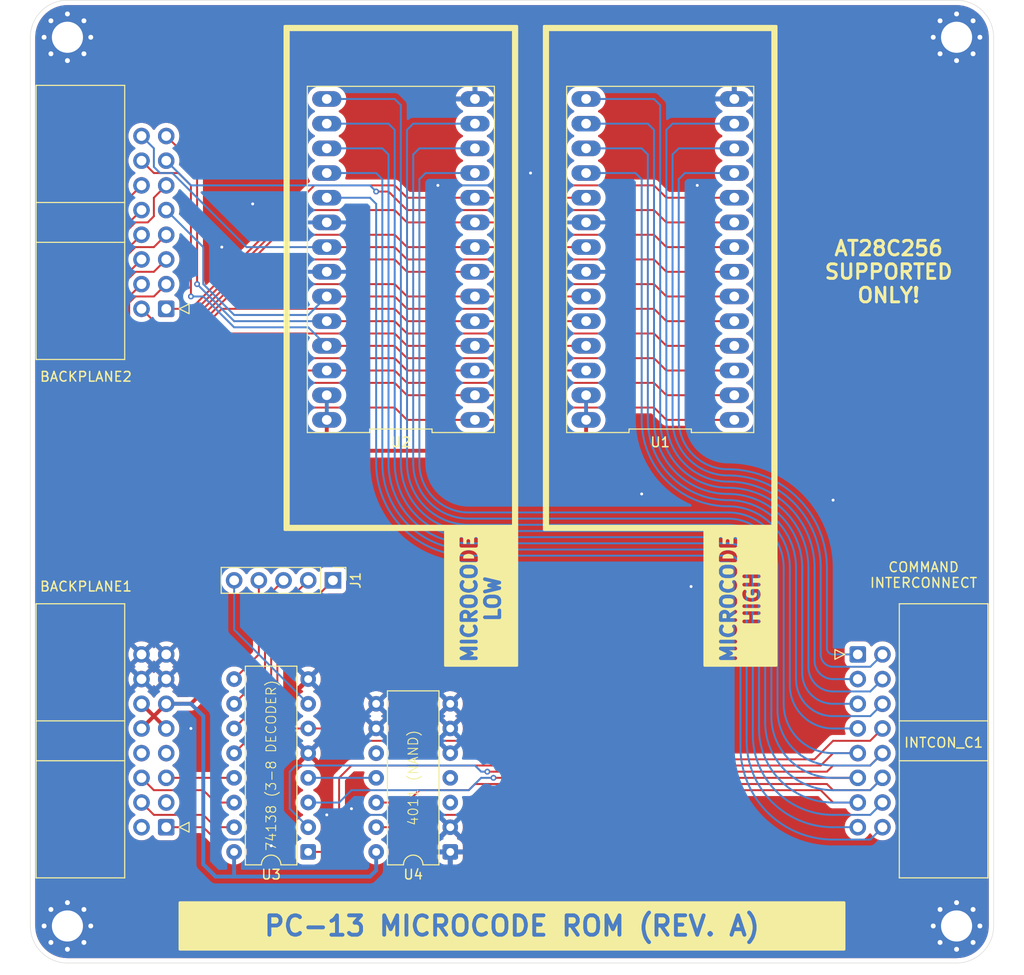
<source format=kicad_pcb>
(kicad_pcb (version 20241229) (generator "pcbnew") (generator_version "9.0")
  (title_block (title "Dual 8-Bit Register Unit") (date "2025-02-13") (rev "PC-01-A"))
  (layers (0 "F.Cu" signal) (2 "B.Cu" signal) (13 "F.Paste" user) (15 "B.Paste" user) (5 "F.SilkS" user "F.Silkscreen") (7 "B.SilkS" user "B.Silkscreen") (1 "F.Mask" user) (3 "B.Mask" user) (25 "Edge.Cuts" user))
  (net 0 "")
  (net 4 "GND")
  (net 5 "clock")
  (net 7 "~{halt}")
  (net 8 "/~{action_12}")
  (net 9 "/~{action_14}")
  (net 10 "VCC")
  (net 11 "/~{action_15}")
  (net 12 "/~{action_11}")
  (net 13 "/~{action_13}")
  (net 14 "/~{enint}")
  (net 15 "Net-(U3-~{E0})")
  (net 16 "/~{disint}")
  (net 19 "/cmd_4")
  (net 20 "/continue")
  (net 21 "/flag_z")
  (net 22 "/step_0")
  (net 23 "/step_3")
  (net 24 "/cmd_3")
  (net 25 "/step_2")
  (net 26 "/cmd_6")
  (net 27 "/cmd_7")
  (net 28 "/cmd_5")
  (net 29 "/flag_c")
  (net 30 "/flag_s")
  (net 31 "/cmd_0")
  (net 32 "/cmd_2")
  (net 33 "/step_1")
  (net 34 "/cmd_1")
  (net 35 "/data_target_1")
  (net 36 "/address_1")
  (net 37 "/action_0")
  (net 38 "/data_source_0")
  (net 39 "/action_3")
  (net 40 "/data_source_1")
  (net 41 "/address_2")
  (net 42 "/data_target_0")
  (net 43 "/data_target_2")
  (net 44 "/data_source_2")
  (net 45 "/action_2")
  (net 46 "/action_1")
  (net 47 "/data_source_3")
  (net 48 "/address_0")
  (net 49 "/action_4")
  (footprint "Connector_PinHeader_2.54mm:PinHeader_1x05_P2.54mm_Vertical" (layer "F.Cu") (at 71.755 82.55 -90)
    (property "Reference" "J1")
    (property "Value" "Conn_01x05")
  )
  (footprint "Connector_IDC:IDC-Header_2x08_P2.54mm_Horizontal" (layer "F.Cu") (at 54.61 54.61 180)
    (property "Reference" "BACKPLANE2")
    (property "Value" "Conn_01x16")
  )
  (footprint "customs:DIP-28_600_ELL" (layer "F.Cu") (at 105.41 49.53 90)
    (property "Reference" "U1")
    (property "Value" "microcode low")
  )
  (footprint "MountingHole:MountingHole_3.2mm_M3_Pad_Via" (layer "F.Cu") (at 135.89 118.11)
    (property "Reference" "H3" (hide yes))
    (property "Value" "MountingHole_Pad")
  )
  (footprint "customs:DIP-28_600_ELL" (layer "F.Cu") (at 78.74 49.53 90)
    (property "Reference" "U2")
    (property "Value" "microcode high")
  )
  (footprint "Connector_IDC:IDC-Header_2x08_P2.54mm_Horizontal" (layer "F.Cu") (at 54.61 107.95 180)
    (property "Reference" "BACKPLANE1")
    (property "Value" "Conn_01x16")
  )
  (footprint "MountingHole:MountingHole_3.2mm_M3_Pad_Via" (layer "F.Cu") (at 44.45 26.67)
    (property "Reference" "H1" (hide yes))
    (property "Value" "MountingHole_Pad")
  )
  (footprint "Package_DIP:DIP-14_W7.62mm" (layer "F.Cu") (at 83.82 110.49 180)
    (property "Reference" "U4")
    (property "Value" "4011")
  )
  (footprint "MountingHole:MountingHole_3.2mm_M3_Pad_Via" (layer "F.Cu") (at 135.89 26.67)
    (property "Reference" "H2" (hide yes))
    (property "Value" "MountingHole_Pad")
  )
  (footprint "Package_DIP:DIP-16_W7.62mm" (layer "F.Cu") (at 69.21 110.49 180)
    (property "Reference" "U3")
    (property "Value" "74HC138")
  )
  (footprint "MountingHole:MountingHole_3.2mm_M3_Pad_Via" (layer "F.Cu") (at 44.45 118.11)
    (property "Reference" "H4" (hide yes))
    (property "Value" "MountingHole_Pad")
  )
  (footprint "Connector_IDC:IDC-Header_2x08_P2.54mm_Horizontal" (layer "F.Cu") (at 125.73 90.17)
    (property "Reference" "INTCON_C1")
    (property "Value" "Conn_01x16")
  )
  (gr_arc (start 123.19 97.79) (mid 120.04691 96.48809) (end 118.745 93.345) (stroke (width 0.2)) (layer "B.Cu") (net 43))
  (gr_arc (start 85.725 78.74) (mid 79.887834 76.322166) (end 77.47 70.485) (stroke (width 0.2)) (layer "B.Cu") (net 48))
  (gr_arc (start 123.19 93.98) (mid 121.393949 93.236051) (end 120.65 91.44) (stroke (width 0.2)) (layer "B.Cu") (net 47))
  (gr_arc (start 123.19 101.6) (mid 119.148885 99.926115) (end 117.475 95.885) (stroke (width 0.2)) (layer "B.Cu") (net 46))
  (gr_arc (start 123.19 106.68) (mid 117.352834 104.262166) (end 114.935 98.425) (stroke (width 0.2)) (layer "B.Cu") (net 48))
  (gr_arc (start 85.725 80.01) (mid 78.989808 77.220192) (end 76.2 70.485) (stroke (width 0.2)) (layer "B.Cu") (net 41))
  (gr_arc (start 112.395 72.39) (mid 118.681179 74.993821) (end 121.285 81.28) (stroke (width 0.2)) (layer "B.Cu") (net 44))
  (gr_arc (start 112.395 73.66) (mid 117.783154 75.891846) (end 120.015 81.28) (stroke (width 0.2)) (layer "B.Cu") (net 42))
  (gr_arc (start 112.395 78.74) (mid 114.191051 79.483949) (end 114.935 81.28) (stroke (width 0.2)) (layer "B.Cu") (net 48))
  (gr_arc (start 85.725 78.105) (mid 80.336846 75.873154) (end 78.105 70.485) (stroke (width 0.2)) (layer "B.Cu") (net 49))
  (gr_arc (start 123.19 91.44) (mid 122.291974 91.068026) (end 121.92 90.17) (stroke (width 0.2)) (layer "B.Cu") (net 40))
  (gr_arc (start 85.725 76.2) (mid 81.683885 74.526115) (end 80.01 70.485) (stroke (width 0.2)) (layer "B.Cu") (net 46))
  (gr_arc (start 112.395 80.01) (mid 113.293026 80.381974) (end 113.665 81.28) (stroke (width 0.2)) (layer "B.Cu") (net 41))
  (gr_arc (start 123.19 104.14) (mid 118.250859 102.094141) (end 116.205 97.155) (stroke (width 0.2)) (layer "B.Cu") (net 39))
  (gr_arc (start 112.395 73.025) (mid 118.232166 75.442834) (end 120.65 81.28) (stroke (width 0.2)) (layer "B.Cu") (net 47))
  (gr_arc (start 112.395 71.12) (mid 108.802898 69.632102) (end 107.315 66.04) (stroke (width 0.2)) (layer "B.Cu") (net 38))
  (gr_arc (start 123.19 105.41) (mid 117.801846 103.178154) (end 115.57 97.79) (stroke (width 0.2)) (layer "B.Cu") (net 49))
  (gr_arc (start 85.725 75.565) (mid 82.132898 74.077102) (end 80.645 70.485) (stroke (width 0.2)) (layer "B.Cu") (net 37))
  (gr_arc (start 112.395 75.565) (mid 116.436115 77.238885) (end 118.11 81.28) (stroke (width 0.2)) (layer "B.Cu") (net 37))
  (gr_arc (start 123.19 90.17) (mid 122.740987 89.984013) (end 122.555 89.535) (stroke (width 0.2)) (layer "B.Cu") (net 38))
  (gr_arc (start 123.19 107.95) (mid 116.903821 105.346179) (end 114.3 99.06) (stroke (width 0.2)) (layer "B.Cu") (net 36))
  (gr_arc (start 112.395 71.755) (mid 119.130192 74.544808) (end 121.92 81.28) (stroke (width 0.2)) (layer "B.Cu") (net 40))
  (gr_arc (start 123.19 100.33) (mid 119.597898 98.842102) (end 118.11 95.25) (stroke (width 0.2)) (layer "B.Cu") (net 37))
  (gr_arc (start 112.395 74.295) (mid 106.557834 71.877166) (end 104.14 66.04) (stroke (width 0.2)) (layer "B.Cu") (net 35))
  (gr_arc (start 85.725 77.47) (mid 80.785859 75.424141) (end 78.74 70.485) (stroke (width 0.2)) (layer "B.Cu") (net 39))
  (gr_arc (start 123.19 109.22) (mid 116.454808 106.430192) (end 113.665 99.695) (stroke (width 0.2)) (layer "B.Cu") (net 41))
  (gr_arc (start 112.395 79.375) (mid 113.742038 79.932962) (end 114.3 81.28) (stroke (width 0.2)) (layer "B.Cu") (net 36))
  (gr_arc (start 123.19 96.52) (mid 120.495923 95.404077) (end 119.38 92.71) (stroke (width 0.2)) (layer "B.Cu") (net 35))
  (gr_arc (start 112.395 74.93) (mid 106.108821 72.326179) (end 103.505 66.04) (stroke (width 0.2)) (layer "B.Cu") (net 43))
  (gr_arc (start 112.395 72.39) (mid 107.904872 70.530128) (end 106.045 66.04) (stroke (width 0.2)) (layer "B.Cu") (net 44))
  (gr_arc (start 112.395 73.025) (mid 107.455859 70.979141) (end 105.41 66.04) (stroke (width 0.2)) (layer "B.Cu") (net 47))
  (gr_arc (start 112.395 76.2) (mid 115.987102 77.687898) (end 117.475 81.28) (stroke (width 0.2)) (layer "B.Cu") (net 46))
  (gr_arc (start 112.395 73.66) (mid 107.006846 71.428154) (end 104.775 66.04) (stroke (width 0.2)) (layer "B.Cu") (net 42))
  (gr_arc (start 123.19 95.25) (mid 120.944936 94.320064) (end 120.015 92.075) (stroke (width 0.2)) (layer "B.Cu") (net 42))
  (gr_arc (start 112.395 77.47) (mid 115.089077 78.585923) (end 116.205 81.28) (stroke (width 0.2)) (layer "B.Cu") (net 39))
  (gr_arc (start 112.395 74.295) (mid 117.334141 76.340859) (end 119.38 81.28) (stroke (width 0.2)) (layer "B.Cu") (net 35))
  (gr_arc (start 112.395 76.835) (mid 115.53809 78.13691) (end 116.84 81.28) (stroke (width 0.2)) (layer "B.Cu") (net 45))
  (gr_arc (start 112.395 74.93) (mid 116.885128 76.789872) (end 118.745 81.28) (stroke (width 0.2)) (layer "B.Cu") (net 43))
  (gr_arc (start 112.395 71.12) (mid 119.579205 74.095795) (end 122.555 81.28) (stroke (width 0.2)) (layer "B.Cu") (net 38))
  (gr_arc (start 123.19 102.87) (mid 118.699872 101.010128) (end 116.84 96.52) (stroke (width 0.2)) (layer "B.Cu") (net 45))
  (gr_arc (start 85.725 76.835) (mid 81.234872 74.975128) (end 79.375 70.485) (stroke (width 0.2)) (layer "B.Cu") (net 45))
  (gr_arc (start 112.395 71.755) (mid 108.353885 70.081115) (end 106.68 66.04) (stroke (width 0.2)) (layer "B.Cu") (net 40))
  (gr_arc (start 85.725 79.375) (mid 79.438821 76.771179) (end 76.835 70.485) (stroke (width 0.2)) (layer "B.Cu") (net 36))
  (gr_arc (start 123.19 92.71) (mid 121.842962 92.152038) (end 121.285 90.805) (stroke (width 0.2)) (layer "B.Cu") (net 44))
  (gr_arc (start 112.395 78.105) (mid 114.640064 79.034936) (end 115.57 81.28) (stroke (width 0.2)) (layer "B.Cu") (net 49))
  (gr_line (start 139.7 26.67) (end 139.7 118.11) (stroke (width 0.05)) (layer "Edge.Cuts"))
  (gr_arc (start 135.89 22.86) (mid 138.584077 23.975923) (end 139.7 26.67) (stroke (width 0.05)) (layer "Edge.Cuts"))
  (gr_line (start 40.64 118.11) (end 40.64 26.67) (stroke (width 0.05)) (layer "Edge.Cuts"))
  (gr_line (start 44.45 22.86) (end 135.89 22.86) (stroke (width 0.05)) (layer "Edge.Cuts"))
  (gr_line (start 135.89 121.92) (end 44.45 121.92) (stroke (width 0.05)) (layer "Edge.Cuts"))
  (gr_arc (start 44.45 121.92) (mid 41.755923 120.804077) (end 40.64 118.11) (stroke (width 0.05)) (layer "Edge.Cuts"))
  (gr_arc (start 139.7 118.11) (mid 138.584077 120.804077) (end 135.89 121.92) (stroke (width 0.05)) (layer "Edge.Cuts"))
  (gr_arc (start 40.64 26.67) (mid 41.755923 23.975923) (end 44.45 22.86) (stroke (width 0.05)) (layer "Edge.Cuts"))
  (gr_text "4011 (NAND)" (at 80.01 102.87 90) (layer "F.SilkS") (effects (font (size 1 1) (thickness 0.1))))
  (gr_text "MICROCODE\nHIGH" (at 113.665 84.455 90) (layer "F.SilkS" knockout) (effects (font (size 1.5 1.5) (thickness 0.375) (bold yes))))
  (gr_text "COMMAND\nINTERCONNECT" (at 132.5 82 0) (layer "F.SilkS") (effects (font (size 1 1))))
  (gr_text "MICROCODE\nLOW" (at 86.995 84.455 90) (layer "F.SilkS" knockout) (effects (font (size 1.5 1.5) (thickness 0.375) (bold yes))))
  (gr_text "AT28C256\nSUPPORTED\nONLY!" (at 128.905 50.8 0) (layer "F.SilkS") (effects (font (size 1.5 1.5) (thickness 0.3) (bold yes))))
  (gr_text "74138 (3-8 DECODER)" (at 65.405 101.6 90) (layer "F.SilkS") (effects (font (size 1 1) (thickness 0.1))))
  (gr_text "PC-13 MICROCODE ROM (REV. A)" (at 90.17 118.11 0) (layer "F.SilkS" knockout) (effects (font (size 2 2) (thickness 0.4) (bold yes))))
  (via (at 92.075 40.64) (size 0.6) (drill 0.3) (layers "F.Cu" "B.Cu") (net 4))
  (via (at 65.405 109.855) (size 0.6) (drill 0.3) (layers "F.Cu" "B.Cu") (net 4))
  (via (at 73.66 106.045) (size 0.6) (drill 0.3) (layers "F.Cu" "B.Cu") (net 4))
  (via (at 57.15 97.79) (size 0.6) (drill 0.3) (layers "F.Cu" "B.Cu") (net 4))
  (via (at 109.22 41.91) (size 0.6) (drill 0.3) (layers "F.Cu" "B.Cu") (net 4))
  (via (at 63.5 43.815) (size 0.6) (drill 0.3) (layers "F.Cu" "B.Cu") (net 4))
  (via (at 71.12 106.68) (size 0.6) (drill 0.3) (layers "F.Cu" "B.Cu") (net 4))
  (via (at 108.585 83.185) (size 0.6) (drill 0.3) (layers "F.Cu" "B.Cu") (net 4))
  (via (at 123.19 74.295) (size 0.6) (drill 0.3) (layers "F.Cu" "B.Cu") (net 4))
  (via (at 82.55 41.91) (size 0.6) (drill 0.3) (layers "F.Cu" "B.Cu") (net 4))
  (via (at 103.505 73.66) (size 0.6) (drill 0.3) (layers "F.Cu" "B.Cu") (net 4))
  (via (at 60.325 48.26) (size 0.6) (drill 0.3) (layers "F.Cu" "B.Cu") (net 4))
  (segment (start 71.12 45.72) (end 67.945 45.72) (width 0.4) (layer "B.Cu") (net 4))
  (segment (start 83.82 41.91) (end 89.535 41.91) (width 0.2) (layer "B.Cu") (net 4))
  (segment (start 97.79 50.8) (end 100.33 50.8) (width 0.4) (layer "B.Cu") (net 4))
  (segment (start 64.135 109.22) (end 59.69 109.22) (width 0.2) (layer "B.Cu") (net 4))
  (segment (start 71.12 50.8) (end 74.295 50.8) (width 0.4) (layer "B.Cu") (net 4))
  (segment (start 97.79 50.8) (end 94.615 50.8) (width 0.4) (layer "B.Cu") (net 4))
  (segment (start 71.12 45.72) (end 74.295 45.72) (width 0.4) (layer "B.Cu") (net 4))
  (segment (start 97.79 45.72) (end 93.98 45.72) (width 0.4) (layer "B.Cu") (net 4))
  (segment (start 71.12 50.8) (end 67.945 50.8) (width 0.4) (layer "B.Cu") (net 4))
  (segment (start 97.79 45.72) (end 102.235 45.72) (width 0.4) (layer "B.Cu") (net 4))
  (segment (start 78.105 106.68) (end 74.295 106.68) (width 0.2) (layer "B.Cu") (net 4))
  (segment (start 121.285 100.965) (end 87.63 100.965) (width 0.2) (layer "F.Cu") (net 5))
  (segment (start 64.77 97.79) (end 63.5 99.06) (width 0.2) (layer "F.Cu") (net 5))
  (segment (start 69.21 97.79) (end 64.77 97.79) (width 0.2) (layer "F.Cu") (net 5))
  (segment (start 128.27 97.79) (end 127 99.06) (width 0.2) (layer "F.Cu") (net 5))
  (segment (start 59.69 109.22) (end 58.42 107.95) (width 0.2) (layer "F.Cu") (net 5))
  (segment (start 123.19 99.06) (end 121.285 100.965) (width 0.2) (layer "F.Cu") (net 5))
  (segment (start 69.21 97.79) (end 72.39 97.79) (width 0.2) (layer "F.Cu") (net 5))
  (segment (start 58.42 107.95) (end 54.61 107.95) (width 0.2) (layer "F.Cu") (net 5))
  (segment (start 85.725 99.06) (end 73.66 99.06) (width 0.2) (layer "F.Cu") (net 5))
  (segment (start 87.63 100.965) (end 85.725 99.06) (width 0.2) (layer "F.Cu") (net 5))
  (segment (start 63.5 108.585) (end 62.865 109.22) (width 0.2) (layer "F.Cu") (net 5))
  (segment (start 62.865 109.22) (end 59.69 109.22) (width 0.2) (layer "F.Cu") (net 5))
  (segment (start 72.39 97.79) (end 73.66 99.06) (width 0.2) (layer "F.Cu") (net 5))
  (segment (start 127 99.06) (end 123.19 99.06) (width 0.2) (layer "F.Cu") (net 5))
  (segment (start 63.5 99.06) (end 63.5 108.585) (width 0.2) (layer "F.Cu") (net 5))
  (segment (start 59.69 107.95) (end 58.42 106.68) (width 0.2) (layer "F.Cu") (net 7))
  (segment (start 53.34 106.68) (end 52.07 105.41) (width 0.2) (layer "F.Cu") (net 7))
  (segment (start 58.42 106.68) (end 53.34 106.68) (width 0.2) (layer "F.Cu") (net 7))
  (segment (start 61.59 107.95) (end 59.69 107.95) (width 0.2) (layer "F.Cu") (net 7))
  (segment (start 65.405 86.36) (end 65.405 93.975) (width 0.2) (layer "F.Cu") (net 8))
  (segment (start 65.405 93.975) (end 61.59 97.79) (width 0.2) (layer "F.Cu") (net 8))
  (segment (start 69.215 82.55) (end 65.405 86.36) (width 0.2) (layer "F.Cu") (net 8))
  (segment (start 64.135 90.17) (end 64.13 90.17) (width 0.2) (layer "F.Cu") (net 9))
  (segment (start 64.135 82.55) (end 64.135 90.17) (width 0.2) (layer "F.Cu") (net 9))
  (segment (start 64.13 90.17) (end 61.59 92.71) (width 0.2) (layer "F.Cu") (net 9))
  (segment (start 71.12 69.215) (end 71.12 66.04) (width 0.4) (layer "F.Cu") (net 10))
  (segment (start 97.155 69.215) (end 71.12 69.215) (width 0.4) (layer "F.Cu") (net 10))
  (segment (start 97.79 66.04) (end 97.79 68.58) (width 0.4) (layer "F.Cu") (net 10))
  (segment (start 58.42 93.98) (end 57.15 95.25) (width 0.4) (layer "F.Cu") (net 10))
  (segment (start 97.79 68.58) (end 97.155 69.215) (width 0.4) (layer "F.Cu") (net 10))
  (segment (start 52.07 95.25) (end 54.61 97.79) (width 0.4) (layer "F.Cu") (net 10))
  (segment (start 52.07 97.79) (end 54.61 95.25) (width 0.4) (layer "F.Cu") (net 10))
  (segment (start 58.42 71.755) (end 58.42 93.98) (width 0.4) (layer "F.Cu") (net 10))
  (segment (start 57.15 95.25) (end 54.61 95.25) (width 0.4) (layer "F.Cu") (net 10))
  (segment (start 60.96 69.215) (end 71.12 69.215) (width 0.4) (layer "F.Cu") (net 10))
  (segment (start 60.96 69.215) (end 58.42 71.755) (width 0.4) (layer "F.Cu") (net 10))
  (segment (start 76.2 112.395) (end 76.2 110.49) (width 0.4) (layer "B.Cu") (net 10))
  (segment (start 58.42 96.52) (end 58.42 111.76) (width 0.4) (layer "B.Cu") (net 10))
  (segment (start 62.865 113.03) (end 75.565 113.03) (width 0.4) (layer "B.Cu") (net 10))
  (segment (start 71.12 63.5) (end 71.12 66.04) (width 0.4) (layer "B.Cu") (net 10))
  (segment (start 59.69 113.03) (end 62.865 113.03) (width 0.4) (layer "B.Cu") (net 10))
  (segment (start 75.565 113.03) (end 76.2 112.395) (width 0.4) (layer "B.Cu") (net 10))
  (segment (start 58.42 111.76) (end 59.69 113.03) (width 0.4) (layer "B.Cu") (net 10))
  (segment (start 57.15 95.25) (end 58.42 96.52) (width 0.4) (layer "B.Cu") (net 10))
  (segment (start 97.79 63.5) (end 97.79 66.04) (width 0.4) (layer "B.Cu") (net 10))
  (segment (start 61.59 113.025) (end 61.595 113.03) (width 0.4) (layer "B.Cu") (net 10))
  (segment (start 54.61 95.25) (end 57.15 95.25) (width 0.4) (layer "B.Cu") (net 10))
  (segment (start 61.59 110.49) (end 61.59 113.025) (width 0.4) (layer "B.Cu") (net 10))
  (segment (start 61.595 87.635) (end 69.21 95.25) (width 0.2) (layer "B.Cu") (net 11))
  (segment (start 61.595 82.55) (end 61.595 87.635) (width 0.2) (layer "B.Cu") (net 11))
  (segment (start 66.04 95.88) (end 61.59 100.33) (width 0.2) (layer "F.Cu") (net 12))
  (segment (start 71.755 82.55) (end 66.04 88.265) (width 0.2) (layer "F.Cu") (net 12))
  (segment (start 66.04 88.265) (end 66.04 95.88) (width 0.2) (layer "F.Cu") (net 12))
  (segment (start 64.77 84.455) (end 64.77 92.07) (width 0.2) (layer "F.Cu") (net 13))
  (segment (start 64.77 92.07) (end 61.59 95.25) (width 0.2) (layer "F.Cu") (net 13))
  (segment (start 66.675 82.55) (end 64.77 84.455) (width 0.2) (layer "F.Cu") (net 13))
  (segment (start 54.61 102.87) (end 61.59 102.87) (width 0.2) (layer "F.Cu") (net 14))
  (segment (start 69.21 102.87) (end 76.2 102.87) (width 0.2) (layer "B.Cu") (net 15))
  (segment (start 53.34 104.14) (end 58.42 104.14) (width 0.2) (layer "F.Cu") (net 16))
  (segment (start 52.07 102.87) (end 53.34 104.14) (width 0.2) (layer "F.Cu") (net 16))
  (segment (start 59.69 105.41) (end 61.59 105.41) (width 0.2) (layer "F.Cu") (net 16))
  (segment (start 58.42 104.14) (end 59.69 105.41) (width 0.2) (layer "F.Cu") (net 16))
  (segment (start 92.71 52.07) (end 104.775 52.07) (width 0.2) (layer "F.Cu") (net 19))
  (segment (start 104.775 52.07) (end 106.045 53.34) (width 0.2) (layer "F.Cu") (net 19))
  (segment (start 62.23 52.07) (end 55.88 58.42) (width 0.2) (layer "F.Cu") (net 19))
  (segment (start 86.36 53.34) (end 91.44 53.34) (width 0.2) (layer "F.Cu") (net 19))
  (segment (start 78.105 52.07) (end 62.23 52.07) (width 0.2) (layer "F.Cu") (net 19))
  (segment (start 86.36 53.34) (end 79.375 53.34) (width 0.2) (layer "F.Cu") (net 19))
  (segment (start 79.375 53.34) (end 78.105 52.07) (width 0.2) (layer "F.Cu") (net 19))
  (segment (start 53.34 50.8) (end 54.61 49.53) (width 0.2) (layer "F.Cu") (net 19))
  (segment (start 49.53 52.705) (end 51.435 50.8) (width 0.2) (layer "F.Cu") (net 19))
  (segment (start 106.045 53.34) (end 113.03 53.34) (width 0.2) (layer "F.Cu") (net 19))
  (segment (start 49.53 55.88) (end 49.53 52.705) (width 0.2) (layer "F.Cu") (net 19))
  (segment (start 52.07 58.42) (end 49.53 55.88) (width 0.2) (layer "F.Cu") (net 19))
  (segment (start 55.88 58.42) (end 52.07 58.42) (width 0.2) (layer "F.Cu") (net 19))
  (segment (start 51.435 50.8) (end 53.34 50.8) (width 0.2) (layer "F.Cu") (net 19))
  (segment (start 91.44 53.34) (end 92.71 52.07) (width 0.2) (layer "F.Cu") (net 19))
  (segment (start 78.105 43.18) (end 77.47 42.545) (width 0.2) (layer "F.Cu") (net 20))
  (segment (start 77.47 42.545) (end 76.2 42.545) (width 0.2) (layer "F.Cu") (net 20))
  (segment (start 92.71 43.18) (end 91.44 44.45) (width 0.2) (layer "F.Cu") (net 20))
  (segment (start 91.44 44.45) (end 79.375 44.45) (width 0.2) (layer "F.Cu") (net 20))
  (segment (start 97.79 43.18) (end 92.71 43.18) (width 0.2) (layer "F.Cu") (net 20))
  (segment (start 79.375 44.45) (end 78.105 43.18) (width 0.2) (layer "F.Cu") (net 20))
  (via (at 76.2 42.545) (size 0.6) (drill 0.3) (layers "F.Cu" "B.Cu") (net 20))
  (segment (start 76.2 42.545) (end 75.565 41.91) (width 0.2) (layer "B.Cu") (net 20))
  (segment (start 57.15 41.91) (end 54.61 39.37) (width 0.2) (layer "B.Cu") (net 20))
  (segment (start 75.565 41.91) (end 57.15 41.91) (width 0.2) (layer "B.Cu") (net 20))
  (segment (start 79.375 57.15) (end 91.44 57.15) (width 0.2) (layer "F.Cu") (net 21))
  (segment (start 57.785 40.005) (end 54.61 36.83) (width 0.2) (layer "F.Cu") (net 21))
  (segment (start 78.105 55.88) (end 79.375 57.15) (width 0.2) (layer "F.Cu") (net 21))
  (segment (start 92.71 55.88) (end 97.79 55.88) (width 0.2) (layer "F.Cu") (net 21))
  (segment (start 91.44 57.15) (end 92.71 55.88) (width 0.2) (layer "F.Cu") (net 21))
  (segment (start 57.785 52.07) (end 57.785 40.005) (width 0.2) (layer "F.Cu") (net 21))
  (segment (start 71.12 55.88) (end 78.105 55.88) (width 0.2) (layer "F.Cu") (net 21))
  (via (at 57.785 52.07) (size 0.6) (drill 0.3) (layers "F.Cu" "B.Cu") (net 21))
  (segment (start 71.12 55.88) (end 61.595 55.88) (width 0.2) (layer "B.Cu") (net 21))
  (segment (start 61.595 55.88) (end 57.785 52.07) (width 0.2) (layer "B.Cu") (net 21))
  (segment (start 91.44 54.61) (end 79.375 54.61) (width 0.2) (layer "F.Cu") (net 22))
  (segment (start 79.375 54.61) (end 78.105 53.34) (width 0.2) (layer "F.Cu") (net 22))
  (segment (start 78.105 53.34) (end 71.12 53.34) (width 0.2) (layer "F.Cu") (net 22))
  (segment (start 97.79 53.34) (end 92.71 53.34) (width 0.2) (layer "F.Cu") (net 22))
  (segment (start 92.71 53.34) (end 91.44 54.61) (width 0.2) (layer "F.Cu") (net 22))
  (segment (start 58.42 48.26) (end 54.61 44.45) (width 0.2) (layer "B.Cu") (net 22))
  (segment (start 71.12 53.34) (end 69.215 55.245) (width 0.2) (layer "B.Cu") (net 22))
  (segment (start 58.42 52.07) (end 58.42 48.26) (width 0.2) (layer "B.Cu") (net 22))
  (segment (start 69.215 55.245) (end 61.595 55.245) (width 0.2) (layer "B.Cu") (net 22))
  (segment (start 61.595 55.245) (end 58.42 52.07) (width 0.2) (layer "B.Cu") (net 22))
  (segment (start 104.775 64.77) (end 106.045 66.04) (width 0.2) (layer "F.Cu") (net 23))
  (segment (start 52.07 62.23) (end 45.72 55.88) (width 0.2) (layer "F.Cu") (net 23))
  (segment (start 86.36 66.04) (end 79.375 66.04) (width 0.2) (layer "F.Cu") (net 23))
  (segment (start 78.105 64.77) (end 69.215 64.77) (width 0.2) (layer "F.Cu") (net 23))
  (segment (start 66.675 62.23) (end 52.07 62.23) (width 0.2) (layer "F.Cu") (net 23))
  (segment (start 79.375 66.04) (end 78.105 64.77) (width 0.2) (layer "F.Cu") (net 23))
  (segment (start 106.045 66.04) (end 113.03 66.04) (width 0.2) (layer "F.Cu") (net 23))
  (segment (start 91.44 66.04) (end 92.71 64.77) (width 0.2) (layer "F.Cu") (net 23))
  (segment (start 45.72 55.88) (end 45.72 48.26) (width 0.2) (layer "F.Cu") (net 23))
  (segment (start 45.72 48.26) (end 52.07 41.91) (width 0.2) (layer "F.Cu") (net 23))
  (segment (start 69.215 64.77) (end 66.675 62.23) (width 0.2) (layer "F.Cu") (net 23))
  (segment (start 86.36 66.04) (end 91.44 66.04) (width 0.2) (layer "F.Cu") (net 23))
  (segment (start 92.71 64.77) (end 104.775 64.77) (width 0.2) (layer "F.Cu") (net 23))
  (segment (start 50.165 53.975) (end 52.07 52.07) (width 0.2) (layer "F.Cu") (net 24))
  (segment (start 55.88 57.785) (end 52.07 57.785) (width 0.2) (layer "F.Cu") (net 24))
  (segment (start 113.03 50.8) (end 106.045 50.8) (width 0.2) (layer "F.Cu") (net 24))
  (segment (start 52.07 57.785) (end 50.165 55.88) (width 0.2) (layer "F.Cu") (net 24))
  (segment (start 104.775 49.53) (end 92.71 49.53) (width 0.2) (layer "F.Cu") (net 24))
  (segment (start 106.045 50.8) (end 104.775 49.53) (width 0.2) (layer "F.Cu") (net 24))
  (segment (start 92.71 49.53) (end 91.44 50.8) (width 0.2) (layer "F.Cu") (net 24))
  (segment (start 64.135 49.53) (end 55.88 57.785) (width 0.2) (layer "F.Cu") (net 24))
  (segment (start 91.44 50.8) (end 86.36 50.8) (width 0.2) (layer "F.Cu") (net 24))
  (segment (start 50.165 55.88) (end 50.165 53.975) (width 0.2) (layer "F.Cu") (net 24))
  (segment (start 86.36 50.8) (end 79.375 50.8) (width 0.2) (layer "F.Cu") (net 24))
  (segment (start 78.105 49.53) (end 64.135 49.53) (width 0.2) (layer "F.Cu") (net 24))
  (segment (start 79.375 50.8) (end 78.105 49.53) (width 0.2) (layer "F.Cu") (net 24))
  (segment (start 78.105 60.96) (end 71.12 60.96) (width 0.2) (layer "F.Cu") (net 25))
  (segment (start 52.07 60.96) (end 71.12 60.96) (width 0.2) (layer "F.Cu") (net 25))
  (segment (start 51.435 45.72) (end 46.99 50.165) (width 0.2) (layer "F.Cu") (net 25))
  (segment (start 54.61 41.91) (end 53.34 43.18) (width 0.2) (layer "F.Cu") (net 25))
  (segment (start 79.375 62.23) (end 78.105 60.96) (width 0.2) (layer "F.Cu") (net 25))
  (segment (start 46.99 55.88) (end 52.07 60.96) (width 0.2) (layer "F.Cu") (net 25))
  (segment (start 46.99 50.165) (end 46.99 55.88) (width 0.2) (layer "F.Cu") (net 25))
  (segment (start 97.79 60.96) (end 92.71 60.96) (width 0.2) (layer "F.Cu") (net 25))
  (segment (start 91.44 62.23) (end 79.375 62.23) (width 0.2) (layer "F.Cu") (net 25))
  (segment (start 53.34 43.18) (end 53.34 45.085) (width 0.2) (layer "F.Cu") (net 25))
  (segment (start 53.34 45.085) (end 52.705 45.72) (width 0.2) (layer "F.Cu") (net 25))
  (segment (start 52.705 45.72) (end 51.435 45.72) (width 0.2) (layer "F.Cu") (net 25))
  (segment (start 92.71 60.96) (end 91.44 62.23) (width 0.2) (layer "F.Cu") (net 25))
  (segment (start 86.36 58.42) (end 79.375 58.42) (width 0.2) (layer "F.Cu") (net 26))
  (segment (start 78.105 57.15) (end 58.42 57.15) (width 0.2) (layer "F.Cu") (net 26))
  (segment (start 55.88 59.69) (end 52.07 59.69) (width 0.2) (layer "F.Cu") (net 26))
  (segment (start 58.42 57.15) (end 55.88 59.69) (width 0.2) (layer "F.Cu") (net 26))
  (segment (start 48.26 55.88) (end 48.26 51.435) (width 0.2) (layer "F.Cu") (net 26))
  (segment (start 48.26 51.435) (end 51.435 48.26) (width 0.2) (layer "F.Cu") (net 26))
  (segment (start 51.435 48.26) (end 53.34 48.26) (width 0.2) (layer "F.Cu") (net 26))
  (segment (start 92.71 57.15) (end 91.44 58.42) (width 0.2) (layer "F.Cu") (net 26))
  (segment (start 113.03 58.42) (end 106.045 58.42) (width 0.2) (layer "F.Cu") (net 26))
  (segment (start 52.07 59.69) (end 48.26 55.88) (width 0.2) (layer "F.Cu") (net 26))
  (segment (start 91.44 58.42) (end 86.36 58.42) (width 0.2) (layer "F.Cu") (net 26))
  (segment (start 106.045 58.42) (end 104.775 57.15) (width 0.2) (layer "F.Cu") (net 26))
  (segment (start 104.775 57.15) (end 92.71 57.15) (width 0.2) (layer "F.Cu") (net 26))
  (segment (start 53.34 48.26) (end 54.61 46.99) (width 0.2) (layer "F.Cu") (net 26))
  (segment (start 79.375 58.42) (end 78.105 57.15) (width 0.2) (layer "F.Cu") (net 26))
  (segment (start 86.36 60.96) (end 79.375 60.96) (width 0.2) (layer "F.Cu") (net 27))
  (segment (start 104.775 59.69) (end 106.045 60.96) (width 0.2) (layer "F.Cu") (net 27))
  (segment (start 92.71 59.69) (end 104.775 59.69) (width 0.2) (layer "F.Cu") (net 27))
  (segment (start 47.625 55.88) (end 47.625 51.435) (width 0.2) (layer "F.Cu") (net 27))
  (segment (start 78.105 59.69) (end 69.215 59.69) (width 0.2) (layer "F.Cu") (net 27))
  (segment (start 91.44 60.96) (end 92.71 59.69) (width 0.2) (layer "F.Cu") (net 27))
  (segment (start 69.215 59.69) (end 68.58 60.325) (width 0.2) (layer "F.Cu") (net 27))
  (segment (start 79.375 60.96) (end 78.105 59.69) (width 0.2) (layer "F.Cu") (net 27))
  (segment (start 106.045 60.96) (end 113.03 60.96) (width 0.2) (layer "F.Cu") (net 27))
  (segment (start 52.07 60.325) (end 47.625 55.88) (width 0.2) (layer "F.Cu") (net 27))
  (segment (start 86.36 60.96) (end 91.44 60.96) (width 0.2) (layer "F.Cu") (net 27))
  (segment (start 47.625 51.435) (end 52.07 46.99) (width 0.2) (layer "F.Cu") (net 27))
  (segment (start 68.58 60.325) (end 52.07 60.325) (width 0.2) (layer "F.Cu") (net 27))
  (segment (start 79.375 55.88) (end 78.105 54.61) (width 0.2) (layer "F.Cu") (net 28))
  (segment (start 48.895 55.88) (end 48.895 52.705) (width 0.2) (layer "F.Cu") (net 28))
  (segment (start 52.07 59.055) (end 48.895 55.88) (width 0.2) (layer "F.Cu") (net 28))
  (segment (start 78.105 54.61) (end 60.325 54.61) (width 0.2) (layer "F.Cu") (net 28))
  (segment (start 91.44 55.88) (end 86.36 55.88) (width 0.2) (layer "F.Cu") (net 28))
  (segment (start 60.325 54.61) (end 55.88 59.055) (width 0.2) (layer "F.Cu") (net 28))
  (segment (start 92.71 54.61) (end 91.44 55.88) (width 0.2) (layer "F.Cu") (net 28))
  (segment (start 55.88 59.055) (end 52.07 59.055) (width 0.2) (layer "F.Cu") (net 28))
  (segment (start 106.045 55.88) (end 104.775 54.61) (width 0.2) (layer "F.Cu") (net 28))
  (segment (start 48.895 52.705) (end 52.07 49.53) (width 0.2) (layer "F.Cu") (net 28))
  (segment (start 86.36 55.88) (end 79.375 55.88) (width 0.2) (layer "F.Cu") (net 28))
  (segment (start 113.03 55.88) (end 106.045 55.88) (width 0.2) (layer "F.Cu") (net 28))
  (segment (start 104.775 54.61) (end 92.71 54.61) (width 0.2) (layer "F.Cu") (net 28))
  (segment (start 55.88 40.64) (end 57.15 41.91) (width 0.2) (layer "F.Cu") (net 29))
  (segment (start 53.34 40.64) (end 55.88 40.64) (width 0.2) (layer "F.Cu") (net 29))
  (segment (start 79.375 59.69) (end 78.105 58.42) (width 0.2) (layer "F.Cu") (net 29))
  (segment (start 78.105 58.42) (end 71.12 58.42) (width 0.2) (layer "F.Cu") (net 29))
  (segment (start 92.71 58.42) (end 91.44 59.69) (width 0.2) (layer "F.Cu") (net 29))
  (segment (start 91.44 59.69) (end 79.375 59.69) (width 0.2) (layer "F.Cu") (net 29))
  (segment (start 52.07 39.37) (end 53.34 40.64) (width 0.2) (layer "F.Cu") (net 29))
  (segment (start 57.15 41.91) (end 57.15 53.34) (width 0.2) (layer "F.Cu") (net 29))
  (segment (start 97.79 58.42) (end 92.71 58.42) (width 0.2) (layer "F.Cu") (net 29))
  (via (at 57.15 53.34) (size 0.6) (drill 0.3) (layers "F.Cu" "B.Cu") (net 29))
  (segment (start 58.42 53.34) (end 57.15 53.34) (width 0.2) (layer "B.Cu") (net 29))
  (segment (start 61.595 56.515) (end 58.42 53.34) (width 0.2) (layer "B.Cu") (net 29))
  (segment (start 69.215 56.515) (end 61.595 56.515) (width 0.2) (layer "B.Cu") (net 29))
  (segment (start 71.12 58.42) (end 69.215 56.515) (width 0.2) (layer "B.Cu") (net 29))
  (segment (start 91.44 49.53) (end 79.375 49.53) (width 0.2) (layer "F.Cu") (net 30))
  (segment (start 92.71 48.26) (end 91.44 49.53) (width 0.2) (layer "F.Cu") (net 30))
  (segment (start 97.79 48.26) (end 92.71 48.26) (width 0.2) (layer "F.Cu") (net 30))
  (segment (start 78.105 48.26) (end 71.12 48.26) (width 0.2) (layer "F.Cu") (net 30))
  (segment (start 79.375 49.53) (end 78.105 48.26) (width 0.2) (layer "F.Cu") (net 30))
  (segment (start 62.865 48.26) (end 71.12 48.26) (width 0.2) (layer "B.Cu") (net 30))
  (segment (start 52.07 36.83) (end 53.34 38.1) (width 0.2) (layer "B.Cu") (net 30))
  (segment (start 55.245 40.64) (end 62.865 48.26) (width 0.2) (layer "B.Cu") (net 30))
  (segment (start 53.34 38.1) (end 53.34 40.005) (width 0.2) (layer "B.Cu") (net 30))
  (segment (start 53.975 40.64) (end 55.245 40.64) (width 0.2) (layer "B.Cu") (net 30))
  (segment (start 53.34 40.005) (end 53.975 40.64) (width 0.2) (layer "B.Cu") (net 30))
  (segment (start 78.105 41.91) (end 79.375 43.18) (width 0.2) (layer "F.Cu") (net 31))
  (segment (start 106.045 43.18) (end 113.03 43.18) (width 0.2) (layer "F.Cu") (net 31))
  (segment (start 79.375 43.18) (end 86.36 43.18) (width 0.2) (layer "F.Cu") (net 31))
  (segment (start 104.775 41.91) (end 106.045 43.18) (width 0.2) (layer "F.Cu") (net 31))
  (segment (start 86.36 43.18) (end 91.44 43.18) (width 0.2) (layer "F.Cu") (net 31))
  (segment (start 91.44 43.18) (end 92.71 41.91) (width 0.2) (layer "F.Cu") (net 31))
  (segment (start 57.15 54.61) (end 69.85 41.91) (width 0.2) (layer "F.Cu") (net 31))
  (segment (start 54.61 54.61) (end 57.15 54.61) (width 0.2) (layer "F.Cu") (net 31))
  (segment (start 92.71 41.91) (end 104.775 41.91) (width 0.2) (layer "F.Cu") (net 31))
  (segment (start 69.85 41.91) (end 78.105 41.91) (width 0.2) (layer "F.Cu") (net 31))
  (segment (start 106.045 48.26) (end 113.03 48.26) (width 0.2) (layer "F.Cu") (net 32))
  (segment (start 50.8 55.88) (end 50.8 53.975) (width 0.2) (layer "F.Cu") (net 32))
  (segment (start 55.88 57.15) (end 52.07 57.15) (width 0.2) (layer "F.Cu") (net 32))
  (segment (start 104.775 46.99) (end 106.045 48.26) (width 0.2) (layer "F.Cu") (net 32))
  (segment (start 78.105 46.99) (end 66.04 46.99) (width 0.2) (layer "F.Cu") (net 32))
  (segment (start 52.07 57.15) (end 50.8 55.88) (width 0.2) (layer "F.Cu") (net 32))
  (segment (start 79.375 48.26) (end 78.105 46.99) (width 0.2) (layer "F.Cu") (net 32))
  (segment (start 86.36 48.26) (end 91.44 48.26) (width 0.2) (layer "F.Cu") (net 32))
  (segment (start 86.36 48.26) (end 79.375 48.26) (width 0.2) (layer "F.Cu") (net 32))
  (segment (start 92.71 46.99) (end 104.775 46.99) (width 0.2) (layer "F.Cu") (net 32))
  (segment (start 91.44 48.26) (end 92.71 46.99) (width 0.2) (layer "F.Cu") (net 32))
  (segment (start 66.04 46.99) (end 55.88 57.15) (width 0.2) (layer "F.Cu") (net 32))
  (segment (start 53.34 53.34) (end 54.61 52.07) (width 0.2) (layer "F.Cu") (net 32))
  (segment (start 50.8 53.975) (end 51.435 53.34) (width 0.2) (layer "F.Cu") (net 32))
  (segment (start 51.435 53.34) (end 53.34 53.34) (width 0.2) (layer "F.Cu") (net 32))
  (segment (start 46.355 50.165) (end 52.07 44.45) (width 0.2) (layer "F.Cu") (net 33))
  (segment (start 91.44 63.5) (end 86.36 63.5) (width 0.2) (layer "F.Cu") (net 33))
  (segment (start 69.215 62.23) (end 68.58 61.595) (width 0.2) (layer "F.Cu") (net 33))
  (segment (start 52.07 61.595) (end 46.355 55.88) (width 0.2) (layer "F.Cu") (net 33))
  (segment (start 78.105 62.23) (end 69.215 62.23) (width 0.2) (layer "F.Cu") (net 33))
  (segment (start 106.045 63.5) (end 104.775 62.23) (width 0.2) (layer "F.Cu") (net 33))
  (segment (start 113.03 63.5) (end 106.045 63.5) (width 0.2) (layer "F.Cu") (net 33))
  (segment (start 46.355 55.88) (end 46.355 50.165) (width 0.2) (layer "F.Cu") (net 33))
  (segment (start 68.58 61.595) (end 52.07 61.595) (width 0.2) (layer "F.Cu") (net 33))
  (segment (start 92.71 62.23) (end 91.44 63.5) (width 0.2) (layer "F.Cu") (net 33))
  (segment (start 104.775 62.23) (end 92.71 62.23) (width 0.2) (layer "F.Cu") (net 33))
  (segment (start 86.36 63.5) (end 79.375 63.5) (width 0.2) (layer "F.Cu") (net 33))
  (segment (start 79.375 63.5) (end 78.105 62.23) (width 0.2) (layer "F.Cu") (net 33))
  (segment (start 91.44 45.72) (end 86.36 45.72) (width 0.2) (layer "F.Cu") (net 34))
  (segment (start 106.045 45.72) (end 104.775 44.45) (width 0.2) (layer "F.Cu") (net 34))
  (segment (start 86.36 45.72) (end 79.375 45.72) (width 0.2) (layer "F.Cu") (net 34))
  (segment (start 79.375 45.72) (end 78.105 44.45) (width 0.2) (layer "F.Cu") (net 34))
  (segment (start 67.945 44.45) (end 55.88 56.515) (width 0.2) (layer "F.Cu") (net 34))
  (segment (start 92.71 44.45) (end 91.44 45.72) (width 0.2) (layer "F.Cu") (net 34))
  (segment (start 113.03 45.72) (end 106.045 45.72) (width 0.2) (layer "F.Cu") (net 34))
  (segment (start 104.775 44.45) (end 92.71 44.45) (width 0.2) (layer "F.Cu") (net 34))
  (segment (start 55.88 56.515) (end 53.975 56.515) (width 0.2) (layer "F.Cu") (net 34))
  (segment (start 53.975 56.515) (end 52.07 54.61) (width 0.2) (layer "F.Cu") (net 34))
  (segment (start 78.105 44.45) (end 67.945 44.45) (width 0.2) (layer "F.Cu") (net 34))
  (segment (start 104.14 38.735) (end 104.14 66.04) (width 0.2) (layer "B.Cu") (net 35))
  (segment (start 119.38 81.28) (end 119.38 92.71) (width 0.2) (layer "B.Cu") (net 35))
  (segment (start 127.0175 96.52) (end 128.2875 95.25) (width 0.2) (layer "B.Cu") (net 35))
  (segment (start 97.79 38.1) (end 103.505 38.1) (width 0.2) (layer "B.Cu") (net 35))
  (segment (start 123.19 96.52) (end 127.0175 96.52) (width 0.2) (layer "B.Cu") (net 35))
  (segment (start 103.505 38.1) (end 104.14 38.735) (width 0.2) (layer "B.Cu") (net 35))
  (segment (start 76.835 41.275) (end 76.835 70.485) (width 0.2) (layer "B.Cu") (net 36))
  (segment (start 123.19 107.95) (end 125.73 107.95) (width 0.2) (layer "B.Cu") (net 36))
  (segment (start 114.3 81.28) (end 114.3 99.06) (width 0.2) (layer "B.Cu") (net 36))
  (segment (start 85.725 79.375) (end 112.395 79.375) (width 0.2) (layer "B.Cu") (net 36))
  (segment (start 76.2 40.64) (end 76.835 41.275) (width 0.2) (layer "B.Cu") (net 36))
  (segment (start 71.12 40.64) (end 76.2 40.64) (width 0.2) (layer "B.Cu") (net 36))
  (segment (start 73.66 101.6) (end 72.39 102.87) (width 0.2) (layer "F.Cu") (net 37))
  (segment (start 71.755 110.49) (end 69.21 110.49) (width 0.2) (layer "F.Cu") (net 37))
  (segment (start 72.39 109.855) (end 71.755 110.49) (width 0.2) (layer "F.Cu") (net 37))
  (segment (start 72.39 102.87) (end 72.39 109.855) (width 0.2) (layer "F.Cu") (net 37))
  (segment (start 125.73 100.33) (end 123.19 100.33) (width 0.2) (layer "F.Cu") (net 37))
  (segment (start 123.19 100.33) (end 121.92 101.6) (width 0.2) (layer "F.Cu") (net 37))
  (segment (start 121.92 101.6) (end 73.66 101.6) (width 0.2) (layer "F.Cu") (net 37))
  (segment (start 85.725 75.565) (end 112.395 75.565) (width 0.2) (layer "B.Cu") (net 37))
  (segment (start 123.19 100.33) (end 125.73 100.33) (width 0.2) (layer "B.Cu") (net 37))
  (segment (start 86.36 40.64) (end 81.28 40.64) (width 0.2) (layer "B.Cu") (net 37))
  (segment (start 118.11 81.28) (end 118.11 95.25) (width 0.2) (layer "B.Cu") (net 37))
  (segment (start 80.645 41.275) (end 80.645 70.485) (width 0.2) (layer "B.Cu") (net 37))
  (segment (start 81.28 40.64) (end 80.645 41.275) (width 0.2) (layer "B.Cu") (net 37))
  (segment (start 125.73 90.17) (end 123.19 90.17) (width 0.2) (layer "B.Cu") (net 38))
  (segment (start 122.555 89.535) (end 122.555 81.28) (width 0.2) (layer "B.Cu") (net 38))
  (segment (start 107.315 41.275) (end 107.95 40.64) (width 0.2) (layer "B.Cu") (net 38))
  (segment (start 107.315 66.04) (end 107.315 41.275) (width 0.2) (layer "B.Cu") (net 38))
  (segment (start 107.95 40.64) (end 113.03 40.64) (width 0.2) (layer "B.Cu") (net 38))
  (segment (start 125.7475 90.17) (end 125.73 90.17) (width 0.2) (layer "B.Cu") (net 38))
  (segment (start 127 104.14) (end 123.19 104.14) (width 0.2) (layer "F.Cu") (net 39))
  (segment (start 80.645 104.14) (end 79.375 105.41) (width 0.2) (layer "F.Cu") (net 39))
  (segment (start 85.725 104.14) (end 80.645 104.14) (width 0.2) (layer "F.Cu") (net 39))
  (segment (start 123.19 104.14) (end 122.555 103.505) (width 0.2) (layer "F.Cu") (net 39))
  (segment (start 79.375 105.41) (end 76.2 105.41) (width 0.2) (layer "F.Cu") (net 39))
  (segment (start 122.555 103.505) (end 86.36 103.505) (width 0.2) (layer "F.Cu") (net 39))
  (segment (start 128.27 102.87) (end 127 104.14) (width 0.2) (layer "F.Cu") (net 39))
  (segment (start 86.36 103.505) (end 85.725 104.14) (width 0.2) (layer "F.Cu") (net 39))
  (segment (start 78.74 70.485) (end 78.74 33.655) (width 0.2) (layer "B.Cu") (net 39))
  (segment (start 127.0175 104.14) (end 123.19 104.14) (width 0.2) (layer "B.Cu") (net 39))
  (segment (start 116.205 97.155) (end 116.205 81.28) (width 0.2) (layer "B.Cu") (net 39))
  (segment (start 78.74 33.655) (end 78.105 33.02) (width 0.2) (layer "B.Cu") (net 39))
  (segment (start 78.105 33.02) (end 71.12 33.02) (width 0.2) (layer "B.Cu") (net 39))
  (segment (start 112.395 77.47) (end 85.725 77.47) (width 0.2) (layer "B.Cu") (net 39))
  (segment (start 128.2875 102.87) (end 127.0175 104.14) (width 0.2) (layer "B.Cu") (net 39))
  (segment (start 123.19 91.44) (end 127.0175 91.44) (width 0.2) (layer "B.Cu") (net 40))
  (segment (start 107.315 38.1) (end 106.68 38.735) (width 0.2) (layer "B.Cu") (net 40))
  (segment (start 121.92 81.28) (end 121.92 90.17) (width 0.2) (layer "B.Cu") (net 40))
  (segment (start 106.68 38.735) (end 106.68 66.04) (width 0.2) (layer "B.Cu") (net 40))
  (segment (start 113.03 38.1) (end 107.315 38.1) (width 0.2) (layer "B.Cu") (net 40))
  (segment (start 127.0175 91.44) (end 128.2875 90.17) (width 0.2) (layer "B.Cu") (net 40))
  (segment (start 128.2875 107.95) (end 127.0175 109.22) (width 0.2) (layer "B.Cu") (net 41))
  (segment (start 76.2 70.485) (end 76.2 43.815) (width 0.2) (layer "B.Cu") (net 41))
  (segment (start 112.395 80.01) (end 85.725 80.01) (width 0.2) (layer "B.Cu") (net 41))
  (segment (start 76.2 43.815) (end 75.565 43.18) (width 0.2) (layer "B.Cu") (net 41))
  (segment (start 113.665 99.695) (end 113.665 81.28) (width 0.2) (layer "B.Cu") (net 41))
  (segment (start 127.0175 109.22) (end 123.19 109.22) (width 0.2) (layer "B.Cu") (net 41))
  (segment (start 75.565 43.18) (end 71.12 43.18) (width 0.2) (layer "B.Cu") (net 41))
  (segment (start 120.015 92.075) (end 120.015 81.28) (width 0.2) (layer "B.Cu") (net 42))
  (segment (start 125.7475 95.25) (end 123.19 95.25) (width 0.2) (layer "B.Cu") (net 42))
  (segment (start 104.775 36.195) (end 104.14 35.56) (width 0.2) (layer "B.Cu") (net 42))
  (segment (start 104.775 36.195) (end 104.775 66.04) (width 0.2) (layer "B.Cu") (net 42))
  (segment (start 104.14 35.56) (end 97.79 35.56) (width 0.2) (layer "B.Cu") (net 42))
  (segment (start 102.87 40.64) (end 97.79 40.64) (width 0.2) (layer "B.Cu") (net 43))
  (segment (start 103.505 66.04) (end 103.505 41.275) (width 0.2) (layer "B.Cu") (net 43))
  (segment (start 118.745 93.345) (end 118.745 81.28) (width 0.2) (layer "B.Cu") (net 43))
  (segment (start 103.505 41.275) (end 102.87 40.64) (width 0.2) (layer "B.Cu") (net 43))
  (segment (start 125.73 97.79) (end 123.19 97.79) (width 0.2) (layer "B.Cu") (net 43))
  (segment (start 121.285 90.805) (end 121.285 81.28) (width 0.2) (layer "B.Cu") (net 44))
  (segment (start 106.045 36.195) (end 106.68 35.56) (width 0.2) (layer "B.Cu") (net 44))
  (segment (start 106.045 66.04) (end 106.045 36.195) (width 0.2) (layer "B.Cu") (net 44))
  (segment (start 125.73 92.71) (end 123.19 92.71) (width 0.2) (layer "B.Cu") (net 44))
  (segment (start 106.68 35.56) (end 113.03 35.56) (width 0.2) (layer "B.Cu") (net 44))
  (segment (start 125.73 102.87) (end 88.265 102.87) (width 0.2) (layer "F.Cu") (net 45))
  (via (at 88.265 102.87) (size 0.6) (drill 0.3) (layers "F.Cu" "B.Cu") (net 45))
  (segment (start 116.84 81.28) (end 116.84 96.52) (width 0.2) (layer "B.Cu") (net 45))
  (segment (start 123.19 102.87) (end 125.73 102.87) (width 0.2) (layer "B.Cu") (net 45))
  (segment (start 80.01 35.56) (end 79.375 36.195) (width 0.2) (layer "B.Cu") (net 45))
  (segment (start 86.36 35.56) (end 80.01 35.56) (width 0.2) (layer "B.Cu") (net 45))
  (segment (start 79.375 36.195) (end 79.375 70.485) (width 0.2) (layer "B.Cu") (net 45))
  (segment (start 69.21 105.41) (end 72.39 105.41) (width 0.2) (layer "B.Cu") (net 45))
  (segment (start 73.66 104.14) (end 85.725 104.14) (width 0.2) (layer "B.Cu") (net 45))
  (segment (start 86.995 102.87) (end 88.265 102.87) (width 0.2) (layer "B.Cu") (net 45))
  (segment (start 85.725 76.835) (end 112.395 76.835) (width 0.2) (layer "B.Cu") (net 45))
  (segment (start 85.725 104.14) (end 86.995 102.87) (width 0.2) (layer "B.Cu") (net 45))
  (segment (start 72.39 105.41) (end 73.66 104.14) (width 0.2) (layer "B.Cu") (net 45))
  (segment (start 122.555 102.235) (end 87.63 102.235) (width 0.2) (layer "F.Cu") (net 46))
  (segment (start 123.19 101.6) (end 122.555 102.235) (width 0.2) (layer "F.Cu") (net 46))
  (segment (start 127 101.6) (end 123.19 101.6) (width 0.2) (layer "F.Cu") (net 46))
  (segment (start 128.27 100.33) (end 127 101.6) (width 0.2) (layer "F.Cu") (net 46))
  (via (at 87.63 102.235) (size 0.6) (drill 0.3) (layers "F.Cu" "B.Cu") (net 46))
  (segment (start 128.2875 100.33) (end 127.0175 101.6) (width 0.2) (layer "B.Cu") (net 46))
  (segment (start 80.645 38.1) (end 86.36 38.1) (width 0.2) (layer "B.Cu") (net 46))
  (segment (start 69.21 107.95) (end 69.21 107.945) (width 0.2) (layer "B.Cu") (net 46))
  (segment (start 112.395 76.2) (end 85.725 76.2) (width 0.2) (layer "B.Cu") (net 46))
  (segment (start 86.995 102.235) (end 86.36 101.6) (width 0.2) (layer "B.Cu") (net 46))
  (segment (start 67.945 101.6) (end 67.31 102.235) (width 0.2) (layer "B.Cu") (net 46))
  (segment (start 67.31 102.235) (end 67.31 106.045) (width 0.2) (layer "B.Cu") (net 46))
  (segment (start 80.01 38.735) (end 80.645 38.1) (width 0.2) (layer "B.Cu") (net 46))
  (segment (start 87.63 102.235) (end 86.995 102.235) (width 0.2) (layer "B.Cu") (net 46))
  (segment (start 80.01 70.485) (end 80.01 38.735) (width 0.2) (layer "B.Cu") (net 46))
  (segment (start 127.0175 101.6) (end 123.19 101.6) (width 0.2) (layer "B.Cu") (net 46))
  (segment (start 86.36 101.6) (end 67.945 101.6) (width 0.2) (layer "B.Cu") (net 46))
  (segment (start 117.475 95.885) (end 117.475 81.28) (width 0.2) (layer "B.Cu") (net 46))
  (segment (start 69.21 107.945) (end 67.31 106.045) (width 0.2) (layer "B.Cu") (net 46))
  (segment (start 123.19 93.98) (end 127.0175 93.98) (width 0.2) (layer "B.Cu") (net 47))
  (segment (start 97.79 33.02) (end 104.775 33.02) (width 0.2) (layer "B.Cu") (net 47))
  (segment (start 104.775 33.02) (end 105.41 33.655) (width 0.2) (layer "B.Cu") (net 47))
  (segment (start 127.0175 93.98) (end 128.2875 92.71) (width 0.2) (layer "B.Cu") (net 47))
  (segment (start 120.65 81.28) (end 120.65 91.44) (width 0.2) (layer "B.Cu") (net 47))
  (segment (start 105.41 66.04) (end 105.41 33.655) (width 0.2) (layer "B.Cu") (net 47))
  (segment (start 114.935 81.28) (end 114.935 98.425) (width 0.2) (layer "B.Cu") (net 48))
  (segment (start 77.47 38.735) (end 77.47 70.485) (width 0.2) (layer "B.Cu") (net 48))
  (segment (start 71.12 38.1) (end 76.835 38.1) (width 0.2) (layer "B.Cu") (net 48))
  (segment (start 127.0175 106.68) (end 128.2875 105.41) (width 0.2) (layer "B.Cu") (net 48))
  (segment (start 85.725 78.74) (end 112.395 78.74) (width 0.2) (layer "B.Cu") (net 48))
  (segment (start 76.835 38.1) (end 77.47 38.735) (width 0.2) (layer "B.Cu") (net 48))
  (segment (start 123.19 106.68) (end 127.0175 106.68) (width 0.2) (layer "B.Cu") (net 48))
  (segment (start 123.19 105.41) (end 125.73 105.41) (width 0.2) (layer "F.Cu") (net 49))
  (segment (start 121.92 104.14) (end 123.19 105.41) (width 0.2) (layer "F.Cu") (net 49))
  (segment (start 87.63 104.14) (end 121.92 104.14) (width 0.2) (layer "F.Cu") (net 49))
  (segment (start 85.09 106.68) (end 87.63 104.14) (width 0.2) (layer "F.Cu") (net 49))
  (segment (start 79.375 107.95) (end 80.645 106.68) (width 0.2) (layer "F.Cu") (net 49))
  (segment (start 76.2 107.95) (end 79.375 107.95) (width 0.2) (layer "F.Cu") (net 49))
  (segment (start 80.645 106.68) (end 85.09 106.68) (width 0.2) (layer "F.Cu") (net 49))
  (segment (start 78.105 36.195) (end 78.105 70.485) (width 0.2) (layer "B.Cu") (net 49))
  (segment (start 85.725 78.105) (end 112.395 78.105) (width 0.2) (layer "B.Cu") (net 49))
  (segment (start 71.12 35.56) (end 77.47 35.56) (width 0.2) (layer "B.Cu") (net 49))
  (segment (start 115.57 81.28) (end 115.57 97.79) (width 0.2) (layer "B.Cu") (net 49))
  (segment (start 123.19 105.41) (end 125.73 105.41) (width 0.2) (layer "B.Cu") (net 49))
  (segment (start 77.47 35.56) (end 78.105 36.195) (width 0.2) (layer "B.Cu") (net 49))
  (zone (net 4) (net_name "GND") (layer "F.Cu") (priority 1) (connect_pads (clearance 0.5)) (min_thickness 0.25) (fill yes (thermal_gap 0.5) (thermal_bridge_width 0.5))
    (polygon (pts (xy 40.64 22.86) (xy 139.7 22.86) (xy 139.7 121.92) (xy 40.64 121.92)))
  )
  (zone (net 4) (net_name "GND") (layer "B.Cu") (connect_pads (clearance 0.5)) (min_thickness 0.25) (fill yes (thermal_gap 0.5) (thermal_bridge_width 0.5))
    (polygon (pts (xy 40.64 22.86) (xy 40.64 121.92) (xy 139.7 121.92) (xy 139.7 22.86)))
  )
  (zone (net 0) (net_name "") (layer "F.SilkS") (connect_pads (clearance 0.5)) (min_thickness 0.25) (fill yes (thermal_gap 0.5) (thermal_bridge_width 0.5))
    (polygon (pts (xy 124.46 115.57) (xy 55.88 115.57) (xy 55.88 120.65) (xy 124.46 120.65)))
  )
  (zone (net 0) (net_name "") (layer "F.SilkS") (connect_pads (clearance 0.5)) (min_thickness 0.25) (fill yes (thermal_gap 0.5) (thermal_bridge_width 0.5))
    (polygon (pts (xy 83.185 91.44) (xy 83.185 77.47) (xy 66.675 77.47) (xy 66.675 25.4) (xy 90.805 25.4) (xy 90.805 91.44)))
  )
  (zone (net 0) (net_name "") (layer "F.SilkS") (connect_pads (clearance 0.5)) (min_thickness 0.25) (fill yes (thermal_gap 0.5) (thermal_bridge_width 0.5))
    (polygon (pts (xy 109.855 91.44) (xy 109.855 77.47) (xy 93.345 77.47) (xy 93.345 25.4) (xy 117.475 25.4) (xy 117.475 91.44)))
  )
)
</source>
